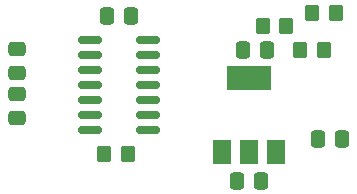
<source format=gbr>
%TF.GenerationSoftware,KiCad,Pcbnew,7.0.5*%
%TF.CreationDate,2024-02-11T15:40:35+01:00*%
%TF.ProjectId,exbike-usb-hw,65786269-6b65-42d7-9573-622d68772e6b,rev?*%
%TF.SameCoordinates,Original*%
%TF.FileFunction,Paste,Top*%
%TF.FilePolarity,Positive*%
%FSLAX46Y46*%
G04 Gerber Fmt 4.6, Leading zero omitted, Abs format (unit mm)*
G04 Created by KiCad (PCBNEW 7.0.5) date 2024-02-11 15:40:35*
%MOMM*%
%LPD*%
G01*
G04 APERTURE LIST*
G04 Aperture macros list*
%AMRoundRect*
0 Rectangle with rounded corners*
0 $1 Rounding radius*
0 $2 $3 $4 $5 $6 $7 $8 $9 X,Y pos of 4 corners*
0 Add a 4 corners polygon primitive as box body*
4,1,4,$2,$3,$4,$5,$6,$7,$8,$9,$2,$3,0*
0 Add four circle primitives for the rounded corners*
1,1,$1+$1,$2,$3*
1,1,$1+$1,$4,$5*
1,1,$1+$1,$6,$7*
1,1,$1+$1,$8,$9*
0 Add four rect primitives between the rounded corners*
20,1,$1+$1,$2,$3,$4,$5,0*
20,1,$1+$1,$4,$5,$6,$7,0*
20,1,$1+$1,$6,$7,$8,$9,0*
20,1,$1+$1,$8,$9,$2,$3,0*%
G04 Aperture macros list end*
%ADD10RoundRect,0.250000X-0.350000X-0.450000X0.350000X-0.450000X0.350000X0.450000X-0.350000X0.450000X0*%
%ADD11RoundRect,0.250000X-0.337500X-0.475000X0.337500X-0.475000X0.337500X0.475000X-0.337500X0.475000X0*%
%ADD12R,1.500000X2.000000*%
%ADD13R,3.800000X2.000000*%
%ADD14RoundRect,0.250000X-0.475000X0.337500X-0.475000X-0.337500X0.475000X-0.337500X0.475000X0.337500X0*%
%ADD15RoundRect,0.250000X0.350000X0.450000X-0.350000X0.450000X-0.350000X-0.450000X0.350000X-0.450000X0*%
%ADD16RoundRect,0.250000X0.337500X0.475000X-0.337500X0.475000X-0.337500X-0.475000X0.337500X-0.475000X0*%
%ADD17RoundRect,0.150000X-0.825000X-0.150000X0.825000X-0.150000X0.825000X0.150000X-0.825000X0.150000X0*%
%ADD18RoundRect,0.250000X0.475000X-0.337500X0.475000X0.337500X-0.475000X0.337500X-0.475000X-0.337500X0*%
G04 APERTURE END LIST*
D10*
%TO.C,R3*%
X24717500Y5080000D03*
X26717500Y5080000D03*
%TD*%
D11*
%TO.C,C7*%
X42777500Y6350000D03*
X44852500Y6350000D03*
%TD*%
D12*
%TO.C,U2*%
X34657000Y5232000D03*
X36957000Y5232000D03*
D13*
X36957000Y11532000D03*
D12*
X39257000Y5232000D03*
%TD*%
D14*
%TO.C,C1*%
X17335500Y13991500D03*
X17335500Y11916500D03*
%TD*%
D15*
%TO.C,R4*%
X43291000Y13843000D03*
X41291000Y13843000D03*
%TD*%
D16*
%TO.C,C4*%
X37994500Y2794000D03*
X35919500Y2794000D03*
%TD*%
D10*
%TO.C,R2*%
X38116000Y15875000D03*
X40116000Y15875000D03*
%TD*%
D11*
%TO.C,C6*%
X36427500Y13843000D03*
X38502500Y13843000D03*
%TD*%
%TO.C,C3*%
X24912500Y16764000D03*
X26987500Y16764000D03*
%TD*%
D17*
%TO.C,U1*%
X23496500Y14732000D03*
X23496500Y13462000D03*
X23496500Y12192000D03*
X23496500Y10922000D03*
X23496500Y9652000D03*
X23496500Y8382000D03*
X23496500Y7112000D03*
X28446500Y7112000D03*
X28446500Y8382000D03*
X28446500Y9652000D03*
X28446500Y10922000D03*
X28446500Y12192000D03*
X28446500Y13462000D03*
X28446500Y14732000D03*
%TD*%
D10*
%TO.C,R1*%
X42307000Y17018000D03*
X44307000Y17018000D03*
%TD*%
D18*
%TO.C,C2*%
X17335500Y8106500D03*
X17335500Y10181500D03*
%TD*%
M02*

</source>
